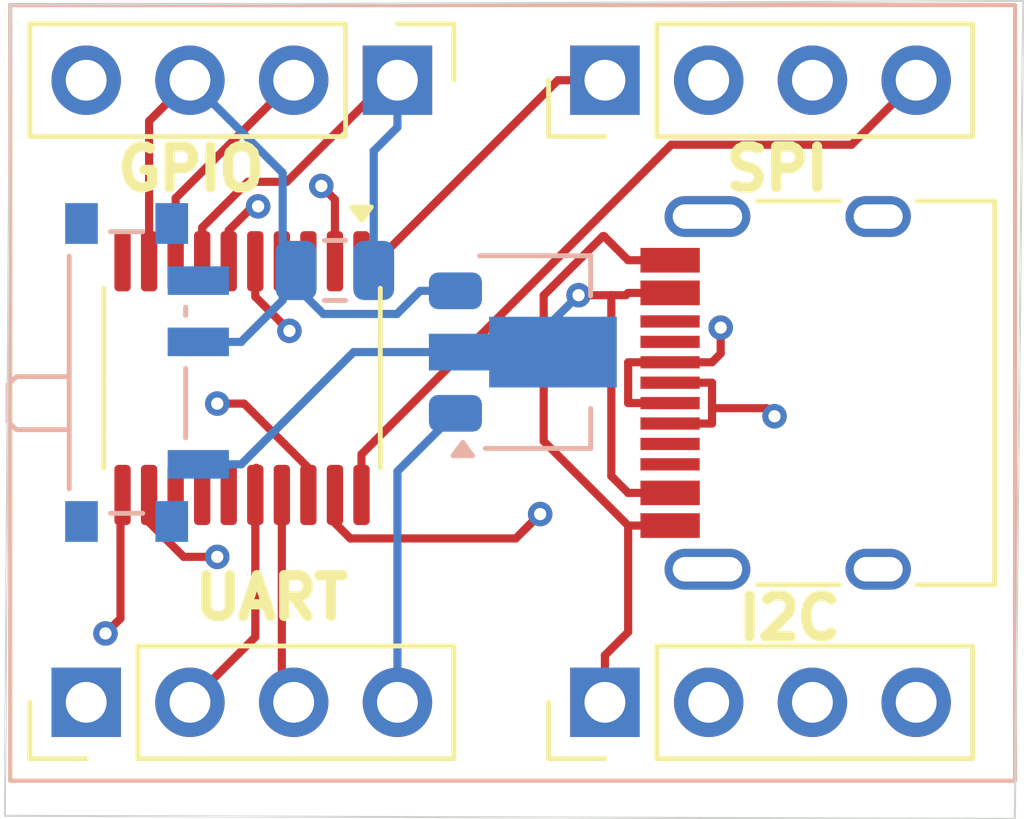
<source format=kicad_pcb>
(kicad_pcb (version 20241229) (generator "pcbnew") (generator_version "9.0")
  (layers (0 "F.Cu" signal) (4 "In1.Cu" signal) (6 "In2.Cu" signal) (2 "B.Cu" signal) (13 "F.Paste" user) (15 "B.Paste" user) (5 "F.SilkS" user "F.Silkscreen") (7 "B.SilkS" user "B.Silkscreen") (1 "F.Mask" user) (3 "B.Mask" user) (25 "Edge.Cuts" user))
  (net 0 "")
  (net 1 "+5")
  (net 2 "UDM")
  (net 3 "GND")
  (net 4 "UDP")
  (net 5 "DO")
  (net 6 "SWSCK")
  (net 7 "RX1")
  (net 8 "TX1")
  (net 9 "I2C_SDA")
  (net 13 "I2C_SCL")
  (net 14 "SPI_MOSI")
  (net 15 "SPI_CS")
  (net 16 "SPI_SCK")
  (net 18 "SPI_MISO")
  (net 20 "unconnected-(J7-SHIELD-PadS1)")
  (net 25 "Vdd")
  (net 26 "RST")
  (footprint "Connector_PinHeader_2.54mm:PinHeader_1x04_P2.54mm_Vertical" (layer "F.Cu") (at 124.46 93.98 90)
    (property "Reference" "J4" (hide yes))
    (property "Value" "I2C" (hide yes))
    (fp_line (start -1.38 -1.38) (end 0 -1.38) (stroke (width 0.12)) (layer "F.SilkS"))
    (fp_line (start -1.38 0) (end -1.38 -1.38) (stroke (width 0.12)) (layer "F.SilkS"))
    (fp_line (start 1.38 1.27) (end 1.38 9) (stroke (width 0.12)) (layer "F.SilkS"))
    (fp_line (start -1.38 1.27) (end 1.38 1.27) (stroke (width 0.12)) (layer "F.SilkS"))
    (fp_line (start -1.38 1.27) (end -1.38 9) (stroke (width 0.12)) (layer "F.SilkS"))
    (fp_line (start -1.38 9) (end 1.38 9) (stroke (width 0.12)) (layer "F.SilkS"))
    (pad "1" thru_hole rect (at 0 0 90) (size 1.7 1.7) (drill 1) (layers "*.Cu" "*.Mask") (net 3 "GND"))
    (pad "2" thru_hole circle (at 0 2.54 90) (size 1.7 1.7) (drill 1) (layers "*.Cu" "*.Mask") (net 9 "I2C_SDA"))
    (pad "3" thru_hole circle (at 0 5.08 90) (size 1.7 1.7) (drill 1) (layers "*.Cu" "*.Mask") (net 13 "I2C_SCL"))
    (pad "4" thru_hole circle (at 0 7.62 90) (size 1.7 1.7) (drill 1) (layers "*.Cu" "*.Mask") (net 1 "+5"))
  )
  (footprint "Connector_PinHeader_2.54mm:PinHeader_1x04_P2.54mm_Vertical" (layer "F.Cu") (at 119.38 78.74 -90)
    (property "Reference" "J2" (hide yes))
    (property "Value" "PRG" (hide yes))
    (fp_line (start -1.38 9) (end 1.38 9) (stroke (width 0.12)) (layer "F.SilkS"))
    (fp_line (start -1.38 1.27) (end -1.38 9) (stroke (width 0.12)) (layer "F.SilkS"))
    (fp_line (start -1.38 1.27) (end 1.38 1.27) (stroke (width 0.12)) (layer "F.SilkS"))
    (fp_line (start 1.38 1.27) (end 1.38 9) (stroke (width 0.12)) (layer "F.SilkS"))
    (fp_line (start -1.38 0) (end -1.38 -1.38) (stroke (width 0.12)) (layer "F.SilkS"))
    (fp_line (start -1.38 -1.38) (end 0 -1.38) (stroke (width 0.12)) (layer "F.SilkS"))
    (pad "1" thru_hole rect (at 0 0 270) (size 1.7 1.7) (drill 1) (layers "*.Cu" "*.Mask") (net 3 "GND"))
    (pad "2" thru_hole circle (at 0 2.54 270) (size 1.7 1.7) (drill 1) (layers "*.Cu" "*.Mask") (net 5 "DO"))
    (pad "3" thru_hole circle (at 0 5.08 270) (size 1.7 1.7) (drill 1) (layers "*.Cu" "*.Mask") (net 25 "Vdd"))
    (pad "4" thru_hole circle (at 0 7.62 270) (size 1.7 1.7) (drill 1) (layers "*.Cu" "*.Mask") (net 6 "SWSCK"))
  )
  (footprint "Connector_PinHeader_2.54mm:PinHeader_1x04_P2.54mm_Vertical" (layer "F.Cu") (at 111.76 93.98 90)
    (property "Reference" "J3" (hide yes))
    (property "Value" "U1" (hide yes))
    (fp_line (start -1.38 -1.38) (end 0 -1.38) (stroke (width 0.12)) (layer "F.SilkS"))
    (fp_line (start -1.38 0) (end -1.38 -1.38) (stroke (width 0.12)) (layer "F.SilkS"))
    (fp_line (start 1.38 1.27) (end 1.38 9) (stroke (width 0.12)) (layer "F.SilkS"))
    (fp_line (start -1.38 1.27) (end 1.38 1.27) (stroke (width 0.12)) (layer "F.SilkS"))
    (fp_line (start -1.38 1.27) (end -1.38 9) (stroke (width 0.12)) (layer "F.SilkS"))
    (fp_line (start -1.38 9) (end 1.38 9) (stroke (width 0.12)) (layer "F.SilkS"))
    (pad "1" thru_hole rect (at 0 0 90) (size 1.7 1.7) (drill 1) (layers "*.Cu" "*.Mask") (net 25 "Vdd"))
    (pad "2" thru_hole circle (at 0 2.54 90) (size 1.7 1.7) (drill 1) (layers "*.Cu" "*.Mask") (net 8 "TX1"))
    (pad "3" thru_hole circle (at 0 5.08 90) (size 1.7 1.7) (drill 1) (layers "*.Cu" "*.Mask") (net 7 "RX1"))
    (pad "4" thru_hole circle (at 0 7.62 90) (size 1.7 1.7) (drill 1) (layers "*.Cu" "*.Mask") (net 3 "GND"))
  )
  (footprint "Connector_PinHeader_2.54mm:PinHeader_1x04_P2.54mm_Vertical" (layer "F.Cu") (at 124.46 78.74 90)
    (property "Reference" "J5" (hide yes))
    (property "Value" "SPI" (hide yes))
    (fp_line (start -1.38 -1.38) (end 0 -1.38) (stroke (width 0.12)) (layer "F.SilkS"))
    (fp_line (start -1.38 0) (end -1.38 -1.38) (stroke (width 0.12)) (layer "F.SilkS"))
    (fp_line (start 1.38 1.27) (end 1.38 9) (stroke (width 0.12)) (layer "F.SilkS"))
    (fp_line (start -1.38 1.27) (end 1.38 1.27) (stroke (width 0.12)) (layer "F.SilkS"))
    (fp_line (start -1.38 1.27) (end -1.38 9) (stroke (width 0.12)) (layer "F.SilkS"))
    (fp_line (start -1.38 9) (end 1.38 9) (stroke (width 0.12)) (layer "F.SilkS"))
    (pad "1" thru_hole rect (at 0 0 90) (size 1.7 1.7) (drill 1) (layers "*.Cu" "*.Mask") (net 18 "SPI_MISO"))
    (pad "2" thru_hole circle (at 0 2.54 90) (size 1.7 1.7) (drill 1) (layers "*.Cu" "*.Mask") (net 14 "SPI_MOSI"))
    (pad "3" thru_hole circle (at 0 5.08 90) (size 1.7 1.7) (drill 1) (layers "*.Cu" "*.Mask") (net 15 "SPI_CS"))
    (pad "4" thru_hole circle (at 0 7.62 90) (size 1.7 1.7) (drill 1) (layers "*.Cu" "*.Mask") (net 16 "SPI_SCK"))
  )
  (footprint "Package_SO:TSSOP-20_4.4x6.5mm_P0.65mm" (layer "F.Cu") (at 115.575 86.0375 -90)
    (property "Reference" "U1" (hide yes))
    (property "Value" "~" (hide yes))
    (fp_line (start 0 3.385) (end -2.2 3.385) (stroke (width 0.12)) (layer "F.SilkS"))
    (fp_line (start 0 3.385) (end 2.2 3.385) (stroke (width 0.12)) (layer "F.SilkS"))
    (fp_line (start 0 -3.385) (end -2.2 -3.385) (stroke (width 0.12)) (layer "F.SilkS"))
    (fp_line (start 0 -3.385) (end 2.2 -3.385) (stroke (width 0.12)) (layer "F.SilkS"))
    (fp_poly (pts (xy -3.86 -2.925) (xy -4.19 -2.685) (xy -4.19 -3.165)) (stroke (width 0.12)) (fill yes) (layer "F.SilkS"))
    (pad "1" smd roundrect (at -2.8625 -2.925 270) (size 1.475 0.4) (layers "F.Cu" "F.Mask" "F.Paste") (net 18 "SPI_MISO"))
    (pad "2" smd roundrect (at -2.8625 -2.275 270) (size 1.475 0.4) (layers "F.Cu" "F.Mask" "F.Paste") (net 14 "SPI_MOSI"))
    (pad "3" smd roundrect (at -2.8625 -1.625 270) (size 1.475 0.4) (layers "F.Cu" "F.Mask" "F.Paste"))
    (pad "4" smd roundrect (at -2.8625 -0.975 270) (size 1.475 0.4) (layers "F.Cu" "F.Mask" "F.Paste") (net 26 "RST"))
    (pad "5" smd roundrect (at -2.8625 -0.325 270) (size 1.475 0.4) (layers "F.Cu" "F.Mask" "F.Paste") (net 2 "UDM"))
    (pad "6" smd roundrect (at -2.8625 0.325 270) (size 1.475 0.4) (layers "F.Cu" "F.Mask" "F.Paste") (net 4 "UDP"))
    (pad "7" smd roundrect (at -2.8625 0.975 270) (size 1.475 0.4) (layers "F.Cu" "F.Mask" "F.Paste") (net 3 "GND"))
    (pad "8" smd roundrect (at -2.8625 1.625 270) (size 1.475 0.4) (layers "F.Cu" "F.Mask" "F.Paste") (net 5 "DO"))
    (pad "9" smd roundrect (at -2.8625 2.275 270) (size 1.475 0.4) (layers "F.Cu" "F.Mask" "F.Paste") (net 25 "Vdd"))
    (pad "10" smd roundrect (at -2.8625 2.925 270) (size 1.475 0.4) (layers "F.Cu" "F.Mask" "F.Paste"))
    (pad "11" smd roundrect (at 2.8625 2.925 270) (size 1.475 0.4) (layers "F.Cu" "F.Mask" "F.Paste") (net 9 "I2C_SDA"))
    (pad "12" smd roundrect (at 2.8625 2.275 270) (size 1.475 0.4) (layers "F.Cu" "F.Mask" "F.Paste") (net 13 "I2C_SCL"))
    (pad "13" smd roundrect (at 2.8625 1.625 270) (size 1.475 0.4) (layers "F.Cu" "F.Mask" "F.Paste"))
    (pad "14" smd roundrect (at 2.8625 0.975 270) (size 1.475 0.4) (layers "F.Cu" "F.Mask" "F.Paste"))
    (pad "15" smd roundrect (at 2.8625 0.325 270) (size 1.475 0.4) (layers "F.Cu" "F.Mask" "F.Paste"))
    (pad "16" smd roundrect (at 2.8625 -0.325 270) (size 1.475 0.4) (layers "F.Cu" "F.Mask" "F.Paste") (net 8 "TX1"))
    (pad "17" smd roundrect (at 2.8625 -0.975 270) (size 1.475 0.4) (layers "F.Cu" "F.Mask" "F.Paste") (net 7 "RX1"))
    (pad "18" smd roundrect (at 2.8625 -1.625 270) (size 1.475 0.4) (layers "F.Cu" "F.Mask" "F.Paste") (net 6 "SWSCK"))
    (pad "19" smd roundrect (at 2.8625 -2.275 270) (size 1.475 0.4) (layers "F.Cu" "F.Mask" "F.Paste") (net 15 "SPI_CS"))
    (pad "20" smd roundrect (at 2.8625 -2.925 270) (size 1.475 0.4) (layers "F.Cu" "F.Mask" "F.Paste") (net 16 "SPI_SCK"))
  )
  (footprint "Connector_USB:USB_C_Receptacle_HRO_TYPE-C-31-M-12" (layer "F.Cu") (at 130.1 86.4 90)
    (property "Reference" "J7" (hide yes))
    (property "Value" "USB_C_Receptacle_USB2.0_16P" (hide yes))
    (fp_line (start 4.7 -1.9) (end 4.7 0.1) (stroke (width 0.12)) (layer "F.SilkS"))
    (fp_line (start -4.7 -1.9) (end -4.7 0.1) (stroke (width 0.12)) (layer "F.SilkS"))
    (fp_line (start 4.7 2) (end 4.7 3.9) (stroke (width 0.12)) (layer "F.SilkS"))
    (fp_line (start -4.7 2) (end -4.7 3.9) (stroke (width 0.12)) (layer "F.SilkS"))
    (fp_line (start -4.7 3.9) (end 4.7 3.9) (stroke (width 0.12)) (layer "F.SilkS"))
    (pad "" np_thru_hole circle (at -2.89 -2.6 90) (size 0.65 0.65) (drill 0.65) (layers "*.Cu" "*.Mask"))
    (pad "" np_thru_hole circle (at 2.89 -2.6 90) (size 0.65 0.65) (drill 0.65) (layers "*.Cu" "*.Mask"))
    (pad "A1" smd rect (at -3.25 -4.045 90) (size 0.6 1.45) (layers "F.Cu" "F.Mask" "F.Paste") (net 3 "GND"))
    (pad "A4" smd rect (at -2.45 -4.045 90) (size 0.6 1.45) (layers "F.Cu" "F.Mask" "F.Paste") (net 1 "+5"))
    (pad "A5" smd rect (at -1.25 -4.045 90) (size 0.3 1.45) (layers "F.Cu" "F.Mask" "F.Paste"))
    (pad "A6" smd rect (at -0.25 -4.045 90) (size 0.3 1.45) (layers "F.Cu" "F.Mask" "F.Paste") (net 4 "UDP"))
    (pad "A7" smd rect (at 0.25 -4.045 90) (size 0.3 1.45) (layers "F.Cu" "F.Mask" "F.Paste") (net 2 "UDM"))
    (pad "A8" smd rect (at 1.25 -4.045 90) (size 0.3 1.45) (layers "F.Cu" "F.Mask" "F.Paste"))
    (pad "A9" smd rect (at 2.45 -4.045 90) (size 0.6 1.45) (layers "F.Cu" "F.Mask" "F.Paste") (net 1 "+5"))
    (pad "A12" smd rect (at 3.25 -4.045 90) (size 0.6 1.45) (layers "F.Cu" "F.Mask" "F.Paste") (net 3 "GND"))
    (pad "B1" smd rect (at 3.25 -4.045 90) (size 0.6 1.45) (layers "F.Cu" "F.Mask" "F.Paste") (net 3 "GND"))
    (pad "B4" smd rect (at 2.45 -4.045 90) (size 0.6 1.45) (layers "F.Cu" "F.Mask" "F.Paste") (net 1 "+5"))
    (pad "B5" smd rect (at 1.75 -4.045 90) (size 0.3 1.45) (layers "F.Cu" "F.Mask" "F.Paste"))
    (pad "B6" smd rect (at 0.75 -4.045 90) (size 0.3 1.45) (layers "F.Cu" "F.Mask" "F.Paste") (net 4 "UDP"))
    (pad "B7" smd rect (at -0.75 -4.045 90) (size 0.3 1.45) (layers "F.Cu" "F.Mask" "F.Paste") (net 2 "UDM"))
    (pad "B8" smd rect (at -1.75 -4.045 90) (size 0.3 1.45) (layers "F.Cu" "F.Mask" "F.Paste"))
    (pad "B9" smd rect (at -2.45 -4.045 90) (size 0.6 1.45) (layers "F.Cu" "F.Mask" "F.Paste") (net 1 "+5"))
    (pad "B12" smd rect (at -3.25 -4.045 90) (size 0.6 1.45) (layers "F.Cu" "F.Mask" "F.Paste") (net 3 "GND"))
    (pad "S1" thru_hole oval (at -4.32 -3.13 90) (size 1 2.1) (drill oval 0.6 1.7) (property pad_prop_heatsink) (layers "*.Cu" "*.Mask") (net 20 "unconnected-(J7-SHIELD-PadS1)"))
    (pad "S1" thru_hole oval (at -4.32 1.05 90) (size 1 1.6) (drill oval 0.6 1.2) (property pad_prop_heatsink) (layers "*.Cu" "*.Mask") (net 20 "unconnected-(J7-SHIELD-PadS1)"))
    (pad "S1" thru_hole oval (at 4.32 -3.13 90) (size 1 2.1) (drill oval 0.6 1.7) (property pad_prop_heatsink) (layers "*.Cu" "*.Mask") (net 20 "unconnected-(J7-SHIELD-PadS1)"))
    (pad "S1" thru_hole oval (at 4.32 1.05 90) (size 1 1.6) (drill oval 0.6 1.2) (property pad_prop_heatsink) (layers "*.Cu" "*.Mask") (net 20 "unconnected-(J7-SHIELD-PadS1)"))
  )
  (footprint "Capacitor_SMD:C_0805_2012Metric" (layer "B.Cu") (at 117.85 83.4)
    (property "Reference" "C1" (hide yes))
    (property "Value" "4,7µF" (hide yes))
    (fp_line (start -0.261252 -0.735) (end 0.261252 -0.735) (stroke (width 0.12)) (layer "B.SilkS"))
    (fp_line (start -0.261252 0.735) (end 0.261252 0.735) (stroke (width 0.12)) (layer "B.SilkS"))
    (pad "1" smd roundrect (at -0.95 0) (size 1 1.45) (layers "B.Cu" "B.Mask" "B.Paste") (net 25 "Vdd"))
    (pad "2" smd roundrect (at 0.95 0) (size 1 1.45) (layers "B.Cu" "B.Mask" "B.Paste") (net 3 "GND"))
  )
  (footprint "Button_Switch_SMD:SW_SPDT_PCM12" (layer "B.Cu") (at 113.075 85.9 90)
    (property "Reference" "SW2" (hide yes))
    (property "Value" "SW_SPDT" (hide yes))
    (fp_line (start -1.2 -3.23) (end -0.3 -3.23) (stroke (width 0.12)) (layer "B.SilkS"))
    (fp_line (start -0.1 -3.02) (end -0.3 -3.23) (stroke (width 0.12)) (layer "B.SilkS"))
    (fp_line (start -0.1 -3.02) (end -0.1 -1.73) (stroke (width 0.12)) (layer "B.SilkS"))
    (fp_line (start -1.4 -3.02) (end -1.2 -3.23) (stroke (width 0.12)) (layer "B.SilkS"))
    (fp_line (start -1.4 -1.73) (end -1.4 -3.02) (stroke (width 0.12)) (layer "B.SilkS"))
    (fp_line (start -2.85 -1.73) (end 2.85 -1.73) (stroke (width 0.12)) (layer "B.SilkS"))
    (fp_line (start 3.45 -0.72) (end 3.45 0.07) (stroke (width 0.12)) (layer "B.SilkS"))
    (fp_line (start -3.45 0.07) (end -3.45 -0.72) (stroke (width 0.12)) (layer "B.SilkS"))
    (fp_line (start 1.4 1.12) (end 1.6 1.12) (stroke (width 0.12)) (layer "B.SilkS"))
    (fp_line (start -1.6 1.12) (end 0.1 1.12) (stroke (width 0.12)) (layer "B.SilkS"))
    (pad "" smd rect (at -3.65 -1.43 90) (size 1 0.8) (layers "B.Cu" "B.Mask" "B.Paste"))
    (pad "" smd rect (at -3.65 0.78 90) (size 1 0.8) (layers "B.Cu" "B.Mask" "B.Paste"))
    (pad "" np_thru_hole circle (at -1.5 -0.33 90) (size 0.9 0.9) (drill 0.9) (layers "*.Cu" "*.Mask"))
    (pad "" np_thru_hole circle (at 1.5 -0.33 90) (size 0.9 0.9) (drill 0.9) (layers "*.Cu" "*.Mask"))
    (pad "" smd rect (at 3.65 -1.43 90) (size 1 0.8) (layers "B.Cu" "B.Mask" "B.Paste"))
    (pad "" smd rect (at 3.65 0.78 90) (size 1 0.8) (layers "B.Cu" "B.Mask" "B.Paste"))
    (pad "1" smd rect (at -2.25 1.43 90) (size 0.7 1.5) (layers "B.Cu" "B.Mask" "B.Paste") (net 1 "+5"))
    (pad "2" smd rect (at 0.75 1.43 90) (size 0.7 1.5) (layers "B.Cu" "B.Mask" "B.Paste") (net 25 "Vdd"))
    (pad "3" smd rect (at 2.25 1.43 90) (size 0.7 1.5) (layers "B.Cu" "B.Mask" "B.Paste"))
  )
  (footprint "Package_TO_SOT_SMD:SOT-89-3" (layer "B.Cu") (at 122.75 85.4)
    (property "Reference" "U3" (hide yes))
    (property "Value" "HT75xx-1-SOT89" (hide yes))
    (fp_line (start -1.22 2.36) (end 1.36 2.36) (stroke (width 0.12)) (layer "B.SilkS"))
    (fp_line (start 1.36 -2.36) (end -1.36 -2.36) (stroke (width 0.12)) (layer "B.SilkS"))
    (fp_line (start 1.36 -1.38) (end 1.36 -2.36) (stroke (width 0.12)) (layer "B.SilkS"))
    (fp_line (start 1.36 1.38) (end 1.36 2.36) (stroke (width 0.12)) (layer "B.SilkS"))
    (fp_poly (pts (xy -1.77 2.21) (xy -2.01 2.54) (xy -1.53 2.54) (xy -1.77 2.21)) (stroke (width 0.12)) (fill yes) (layer "B.SilkS"))
    (pad "1" smd roundrect (at -1.95 1.5) (size 1.3 0.9) (layers "B.Cu" "B.Mask" "B.Paste") (net 3 "GND"))
    (pad "2" smd custom (at -1.8625 0) (size 1.475 0.9) (layers "B.Cu" "B.Mask" "B.Paste") (net 1 "+5") (options (clearance outline) (anchor rect)) (primitives (gr_poly (pts (xy 3.8625 -0.8665) (xy 0.7375 -0.8665) (xy 0.7375 0.8665) (xy 3.8625 0.8665)) (width 0) (fill yes))))
    (pad "3" smd roundrect (at -1.95 -1.5) (size 1.3 0.9) (layers "B.Cu" "B.Mask" "B.Paste") (net 25 "Vdd"))
  )
  (gr_line (start 134.5 95.9) (end 109.9 95.9) (stroke (width 0.1)) (layer "F.SilkS"))
  (gr_line (start 134.5 76.9) (end 134.5 95.9) (stroke (width 0.1)) (layer "F.SilkS"))
  (gr_line (start 109.9 76.9) (end 109.9 95.9) (stroke (width 0.1)) (layer "F.SilkS"))
  (gr_line (start 109.9 76.9) (end 134.5 76.9) (stroke (width 0.1)) (layer "F.SilkS"))
  (gr_line (start 134.5 76.9) (end 134.5 95.9) (stroke (width 0.1)) (layer "B.SilkS"))
  (gr_line (start 109.9 76.9) (end 109.9 95.9) (stroke (width 0.1)) (layer "B.SilkS"))
  (gr_line (start 134.5 95.9) (end 109.9 95.9) (stroke (width 0.1)) (layer "B.SilkS"))
  (gr_line (start 109.9 76.9) (end 134.5 76.9) (stroke (width 0.1)) (layer "B.SilkS"))
  (gr_line (start 134.495948 96.835652) (end 109.77 96.76) (stroke (width 0.05)) (layer "Edge.Cuts"))
  (gr_line (start 109.9 76.9) (end 134.7 76.8) (stroke (width 0.05)) (layer "Edge.Cuts"))
  (gr_line (start 134.7 76.8) (end 134.495948 96.835688) (stroke (width 0.05)) (layer "Edge.Cuts"))
  (gr_line (start 109.77 96.76) (end 109.9 76.9) (stroke (width 0.05)) (layer "Edge.Cuts"))
  (gr_text "SPI" (at 127.3 81.5 0) (layer "F.SilkS") (effects (font (size 1 1) (thickness 0.25) (bold yes)) (justify left bottom)))
  (gr_text "I2C" (at 127.6 92.5 0) (layer "F.SilkS") (effects (font (size 1 1) (thickness 0.25) (bold yes)) (justify left bottom)))
  (gr_text "GPIO" (at 112.4 81.5 0) (layer "F.SilkS") (effects (font (size 1 1) (thickness 0.25) (bold yes)) (justify left bottom)))
  (gr_text "UART" (at 114.3 92 0) (layer "F.SilkS") (effects (font (size 1 1) (thickness 0.25) (bold yes)) (justify left bottom)))
  (segment (start 124.6162 84.0065) (end 124.6162 88.4379) (width 0.2) (layer "F.Cu") (net 1))
  (segment (start 124.9718 84.0065) (end 125.0283 83.95) (width 0.2) (layer "F.Cu") (net 1))
  (segment (start 124.6162 84.0065) (end 124.9718 84.0065) (width 0.2) (layer "F.Cu") (net 1))
  (segment (start 124.6162 88.4379) (end 125.0283 88.85) (width 0.2) (layer "F.Cu") (net 1))
  (segment (start 126.055 83.95) (end 125.0283 83.95) (width 0.2) (layer "F.Cu") (net 1))
  (segment (start 126.055 88.85) (end 125.0283 88.85) (width 0.2) (layer "F.Cu") (net 1))
  (segment (start 123.8147 84.0065) (end 124.6162 84.0065) (width 0.2) (layer "F.Cu") (net 1))
  (via (at 123.8147 84.0065) (size 0.6) (drill 0.3) (layers "F.Cu" "B.Cu") (net 1))
  (segment (start 114.505 88.15) (end 115.5567 88.15) (width 0.2) (layer "B.Cu") (net 1))
  (segment (start 122.4212 85.4) (end 123.8147 84.0065) (width 0.2) (layer "B.Cu") (net 1))
  (segment (start 120.8875 85.4) (end 122.4212 85.4) (width 0.2) (layer "B.Cu") (net 1))
  (segment (start 118.3067 85.4) (end 120.8875 85.4) (width 0.2) (layer "B.Cu") (net 1))
  (segment (start 115.5567 88.15) (end 118.3067 85.4) (width 0.2) (layer "B.Cu") (net 1))
  (segment (start 126.055 87.15) (end 127.082 87.15) (width 0.2) (layer "F.Cu") (net 2))
  (segment (start 116.5007 84.645) (end 116.7357 84.88) (width 0.2) (layer "F.Cu") (net 2))
  (segment (start 127.082 86.775) (end 127.082 86.15) (width 0.2) (layer "F.Cu") (net 2))
  (segment (start 128.6119 86.9722) (end 128.4147 86.775) (width 0.2) (layer "F.Cu") (net 2))
  (segment (start 115.9 84.0443) (end 115.9 83.175) (width 0.2) (layer "F.Cu") (net 2))
  (segment (start 128.4147 86.775) (end 128.6119 86.9722) (width 0.2) (layer "F.Cu") (net 2))
  (segment (start 127.082 86.775) (end 128.4147 86.775) (width 0.2) (layer "F.Cu") (net 2))
  (segment (start 127.082 86.15) (end 126.055 86.15) (width 0.2) (layer "F.Cu") (net 2))
  (segment (start 116.7357 84.88) (end 115.9 84.0443) (width 0.2) (layer "F.Cu") (net 2))
  (segment (start 127.082 87.15) (end 127.082 86.775) (width 0.2) (layer "F.Cu") (net 2))
  (segment (start 116.7357 84.88) (end 116.7373 84.88) (width 0.2) (layer "F.Cu") (net 2))
  (segment (start 116.7373 84.88) (end 116.7357 84.88) (width 0.2) (layer "F.Cu") (net 2))
  (segment (start 128.4147 86.775) (end 128.6119 86.9722) (width 0.2) (layer "F.Cu") (net 2))
  (segment (start 116.7357 84.88) (end 116.5007 84.645) (width 0.2) (layer "F.Cu") (net 2))
  (via (at 116.7357 84.88) (size 0.6) (drill 0.3) (layers "F.Cu" "B.Cu") (net 2))
  (via (at 128.6119 86.9722) (size 0.6) (drill 0.3) (layers "F.Cu" "B.Cu") (net 2))
  (segment (start 125.0283 92.26) (end 124.46 92.8283) (width 0.2) (layer "F.Cu") (net 3))
  (segment (start 115.7197 81.2285) (end 114.6 82.3482) (width 0.2) (layer "F.Cu") (net 3))
  (segment (start 125.0283 89.65) (end 125.0283 92.26) (width 0.2) (layer "F.Cu") (net 3))
  (segment (start 122.961 84.0092) (end 122.961 87.5827) (width 0.2) (layer "F.Cu") (net 3))
  (segment (start 125.0283 83.15) (end 124.4384 82.5601) (width 0.2) (layer "F.Cu") (net 3))
  (segment (start 119.38 78.74) (end 119.1172 79.0028) (width 0.2) (layer "F.Cu") (net 3))
  (segment (start 124.46 93.98) (end 124.46 92.8283) (width 0.2) (layer "F.Cu") (net 3))
  (segment (start 119.1172 79.0028) (end 118.8972 79.0028) (width 0.2) (layer "F.Cu") (net 3))
  (segment (start 126.055 89.65) (end 125.0283 89.65) (width 0.2) (layer "F.Cu") (net 3))
  (segment (start 124.4384 82.5601) (end 124.4101 82.5601) (width 0.2) (layer "F.Cu") (net 3))
  (segment (start 126.055 83.15) (end 125.0283 83.15) (width 0.2) (layer "F.Cu") (net 3))
  (segment (start 114.6 82.3482) (end 114.6 83.175) (width 0.2) (layer "F.Cu") (net 3))
  (segment (start 116.6715 81.2285) (end 115.7197 81.2285) (width 0.2) (layer "F.Cu") (net 3))
  (segment (start 122.961 87.5827) (end 125.0283 89.65) (width 0.2) (layer "F.Cu") (net 3))
  (segment (start 124.4101 82.5601) (end 122.961 84.0092) (width 0.2) (layer "F.Cu") (net 3))
  (segment (start 118.8972 79.0028) (end 116.6715 81.2285) (width 0.2) (layer "F.Cu") (net 3))
  (segment (start 120.8 86.9) (end 119.38 88.32) (width 0.2) (layer "B.Cu") (net 3))
  (segment (start 119.38 78.74) (end 119.38 79.8917) (width 0.2) (layer "B.Cu") (net 3))
  (segment (start 118.8 80.4717) (end 119.38 79.8917) (width 0.2) (layer "B.Cu") (net 3))
  (segment (start 118.8 83.4) (end 118.8 80.4717) (width 0.2) (layer "B.Cu") (net 3))
  (segment (start 119.38 88.32) (end 119.38 93.98) (width 0.2) (layer "B.Cu") (net 3))
  (segment (start 126.055 85.65) (end 125.0283 85.65) (width 0.2) (layer "F.Cu") (net 4))
  (segment (start 127.2941 85.4376) (end 127.0817 85.65) (width 0.2) (layer "F.Cu") (net 4))
  (segment (start 115.25 82.4199) (end 115.25 83.175) (width 0.2) (layer "F.Cu") (net 4))
  (segment (start 127.2941 84.8008) (end 127.2941 85.4376) (width 0.2) (layer "F.Cu") (net 4))
  (segment (start 115.9688 81.8302) (end 115.8397 81.8302) (width 0.2) (layer "F.Cu") (net 4))
  (segment (start 115.8397 81.8302) (end 115.25 82.4199) (width 0.2) (layer "F.Cu") (net 4))
  (segment (start 125.0283 85.65) (end 125.0283 86.65) (width 0.2) (layer "F.Cu") (net 4))
  (segment (start 126.055 85.65) (end 127.0817 85.65) (width 0.2) (layer "F.Cu") (net 4))
  (segment (start 126.055 86.65) (end 125.0283 86.65) (width 0.2) (layer "F.Cu") (net 4))
  (via (at 115.9688 81.8302) (size 0.6) (drill 0.3) (layers "F.Cu" "B.Cu") (net 4))
  (via (at 127.2941 84.8008) (size 0.6) (drill 0.3) (layers "F.Cu" "B.Cu") (net 4))
  (segment (start 113.95 83.175) (end 113.95 81.63) (width 0.2) (layer "F.Cu") (net 5))
  (segment (start 113.95 81.63) (end 116.84 78.74) (width 0.2) (layer "F.Cu") (net 5))
  (segment (start 114.9693 86.662) (end 115.6252 86.662) (width 0.2) (layer "F.Cu") (net 6))
  (segment (start 115.6252 86.662) (end 117.2 88.2368) (width 0.2) (layer "F.Cu") (net 6))
  (segment (start 117.2 88.2368) (end 117.2 88.9) (width 0.2) (layer "F.Cu") (net 6))
  (via (at 114.9693 86.662) (size 0.6) (drill 0.3) (layers "F.Cu" "B.Cu") (net 6))
  (segment (start 116.55 88.9) (end 116.55 93.69) (width 0.2) (layer "F.Cu") (net 7))
  (segment (start 116.55 93.69) (end 116.84 93.98) (width 0.2) (layer "F.Cu") (net 7))
  (segment (start 115.9 88.9) (end 115.925 88.9) (width 0.2) (layer "F.Cu") (net 8))
  (segment (start 115.9 92.38) (end 115.9 88.9) (width 0.2) (layer "F.Cu") (net 8))
  (segment (start 114.3 93.98) (end 115.9 92.38) (width 0.2) (layer "F.Cu") (net 8))
  (segment (start 115.925 88.2328) (end 115.925 88.9) (width 0.2) (layer "F.Cu") (net 8))
  (segment (start 112.65 88.9) (end 112.6 88.95) (width 0.2) (layer "F.Cu") (net 9))
  (segment (start 112.6 91.9246) (end 112.2322 92.2924) (width 0.2) (layer "F.Cu") (net 9))
  (segment (start 112.6 88.95) (end 112.6 91.9246) (width 0.2) (layer "F.Cu") (net 9))
  (via (at 112.2322 92.2924) (size 0.6) (drill 0.3) (layers "F.Cu" "B.Cu") (net 9))
  (segment (start 114.1467 90.4164) (end 114.9693 90.4164) (width 0.2) (layer "F.Cu") (net 13))
  (segment (start 113.3 88.9) (end 113.3 89.5697) (width 0.2) (layer "F.Cu") (net 13))
  (segment (start 113.3 89.5697) (end 114.1467 90.4164) (width 0.2) (layer "F.Cu") (net 13))
  (via (at 114.9693 90.4164) (size 0.6) (drill 0.3) (layers "F.Cu" "B.Cu") (net 13))
  (segment (start 117.85 81.6638) (end 117.85 83.175) (width 0.2) (layer "F.Cu") (net 14))
  (segment (start 117.5163 81.3301) (end 117.85 81.6638) (width 0.2) (layer "F.Cu") (net 14))
  (via (at 117.5163 81.3301) (size 0.6) (drill 0.3) (layers "F.Cu" "B.Cu") (net 14))
  (segment (start 122.8744 89.3684) (end 122.4642 89.7786) (width 0.2) (layer "F.Cu") (net 15))
  (segment (start 117.85 88.9) (end 117.85 89.5884) (width 0.2) (layer "F.Cu") (net 15))
  (segment (start 122.4642 89.7786) (end 122.8744 89.3684) (width 0.2) (layer "F.Cu") (net 15))
  (segment (start 118.2266 89.965) (end 122.2778 89.965) (width 0.2) (layer "F.Cu") (net 15))
  (segment (start 122.2778 89.965) (end 122.8744 89.3684) (width 0.2) (layer "F.Cu") (net 15))
  (segment (start 117.85 89.5884) (end 118.2266 89.965) (width 0.2) (layer "F.Cu") (net 15))
  (via (at 122.8744 89.3684) (size 0.6) (drill 0.3) (layers "F.Cu" "B.Cu") (net 15))
  (segment (start 126.0815 80.3207) (end 118.5 87.9022) (width 0.2) (layer "F.Cu") (net 16))
  (segment (start 118.5 87.9022) (end 118.5 88.9) (width 0.2) (layer "F.Cu") (net 16))
  (segment (start 130.4993 80.3207) (end 126.0815 80.3207) (width 0.2) (layer "F.Cu") (net 16))
  (segment (start 132.08 78.74) (end 130.4993 80.3207) (width 0.2) (layer "F.Cu") (net 16))
  (segment (start 124.46 78.74) (end 123.3083 78.74) (width 0.2) (layer "F.Cu") (net 18))
  (segment (start 118.8733 83.175) (end 118.5 83.175) (width 0.2) (layer "F.Cu") (net 18))
  (segment (start 123.3083 78.74) (end 118.8733 83.175) (width 0.2) (layer "F.Cu") (net 18))
  (segment (start 113.3 83.175) (end 113.3 79.74) (width 0.2) (layer "F.Cu") (net 25))
  (segment (start 113.3 79.74) (end 114.3 78.74) (width 0.2) (layer "F.Cu") (net 25))
  (segment (start 119.9345 83.9) (end 120.8 83.9) (width 0.2) (layer "B.Cu") (net 25))
  (segment (start 114.505 85.15) (end 115.5567 85.15) (width 0.2) (layer "B.Cu") (net 25))
  (segment (start 119.3684 84.4661) (end 119.9345 83.9) (width 0.2) (layer "B.Cu") (net 25))
  (segment (start 116.9 83.4) (end 116.9 83.8) (width 0.2) (layer "B.Cu") (net 25))
  (segment (start 116.9 83.8) (end 117.5661 84.4661) (width 0.2) (layer "B.Cu") (net 25))
  (segment (start 115.5567 85.15) (end 115.5567 85.1433) (width 0.2) (layer "B.Cu") (net 25))
  (segment (start 116.5705 84.1295) (end 116.5705 83.4) (width 0.2) (layer "B.Cu") (net 25))
  (segment (start 116.5705 81.0105) (end 114.3 78.74) (width 0.2) (layer "B.Cu") (net 25))
  (segment (start 116.5705 83.4) (end 116.6055 83.4) (width 0.2) (layer "B.Cu") (net 25))
  (segment (start 116.6055 83.4) (end 116.9 83.4) (width 0.2) (layer "B.Cu") (net 25))
  (segment (start 116.5705 83.4) (end 116.5705 81.0105) (width 0.2) (layer "B.Cu") (net 25))
  (segment (start 115.5567 85.1433) (end 116.5705 84.1295) (width 0.2) (layer "B.Cu") (net 25))
  (segment (start 117.5661 84.4661) (end 119.3684 84.4661) (width 0.2) (layer "B.Cu") (net 25))
)
</source>
